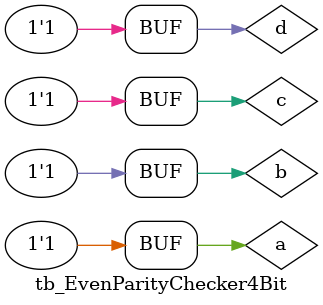
<source format=v>
`timescale 1ns / 1ps

module tb_EvenParityChecker4Bit();
     reg a, b, c, d;
     wire result;
    
     EvenParityChecker4Bit uut(.a(a), .b(b), .c(c), .d(d), .result(result));
     initial begin
       a  =  0; b  =  0; c  =  0; d  =  0;
# 50   a  =  0; b  =  0; c  =  0; d  =  1;
# 50   a  =  0; b  =  0; c  =  1; d  =  0;
# 50   a  =  0; b  =  0; c  =  1; d  =  1;
# 50   a  =  0; b  =  1; c  =  0; d  =  0;
# 50   a  =  0; b  =  1; c  =  0; d  =  1;
# 50   a  =  0; b  =  1; c  =  1; d  =  0;
# 50   a  =  0; b  =  1; c  =  1; d  =  1;
# 50   a  =  1; b  =  0; c  =  0; d  =  0;
# 50   a  =  1; b  =  0; c  =  0; d  =  1;
# 50   a  =  1; b  =  0; c  =  1; d  =  0;
# 50   a  =  1; b  =  0; c  =  1; d  =  1;
# 50   a  =  1; b  =  1; c  =  0; d  =  0;
# 50   a  =  1; b  =  1; c  =  0; d  =  1;
# 50   a  =  1; b  =  1; c  =  1; d  =  0;
# 50   a  =  1; b  =  1; c  =  1; d  =  1;
     end
endmodule

</source>
